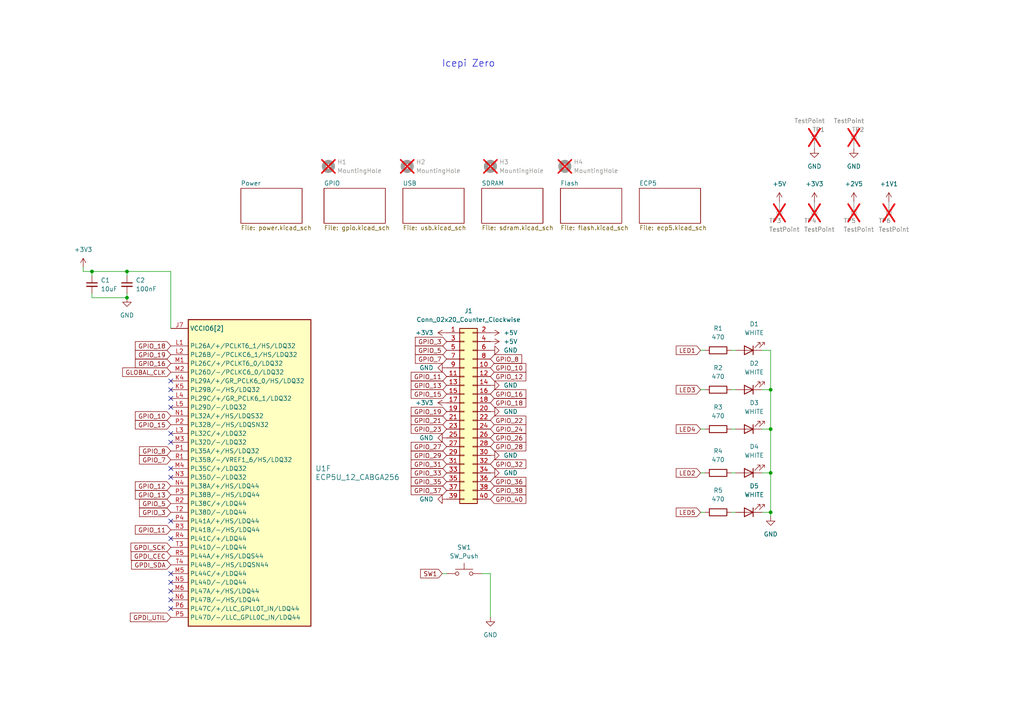
<source format=kicad_sch>
(kicad_sch (version 20250114) (generator "eeschema") (generator_version "9.0")
  (paper "A4")
  (title_block (title "Icepi zero") (date "2025-05-12") (rev "v1") (company "Chengyin Yao (cheyao)") (comment 1 "https://github.com/cheyao/icepi-zero"))
  (text "Icepi Zero" (at 135.89 18.542 0) (effects (font (size 2 2))))
  (junction (at 223.52 137.16))
  (junction (at 26.67 78.74))
  (junction (at 36.83 78.74))
  (junction (at 223.52 148.59))
  (junction (at 223.52 124.46))
  (junction (at 223.52 113.03))
  (junction (at 36.83 86.36))
  (no_connect (at 49.53 128.27))
  (no_connect (at 49.53 171.45))
  (no_connect (at 49.53 168.91))
  (no_connect (at 49.53 166.37))
  (no_connect (at 49.53 138.43))
  (no_connect (at 49.53 156.21))
  (no_connect (at 49.53 173.99))
  (no_connect (at 49.53 113.03))
  (no_connect (at 49.53 115.57))
  (no_connect (at 49.53 110.49))
  (no_connect (at 49.53 176.53))
  (no_connect (at 49.53 151.13))
  (no_connect (at 49.53 118.11))
  (no_connect (at 49.53 125.73))
  (no_connect (at 49.53 135.89))
  (wire (pts (xy 223.52 148.59) (xy 223.52 137.16)))
  (wire (pts (xy 26.67 78.74) (xy 36.83 78.74)))
  (wire (pts (xy 223.52 101.6) (xy 223.52 113.03)))
  (wire (pts (xy 139.7 166.37) (xy 142.24 166.37)))
  (wire (pts (xy 203.2 113.03) (xy 204.47 113.03)))
  (wire (pts (xy 36.83 78.74) (xy 49.53 78.74)))
  (wire (pts (xy 36.83 86.36) (xy 36.83 85.09)))
  (wire (pts (xy 26.67 78.74) (xy 26.67 80.01)))
  (wire (pts (xy 223.52 149.86) (xy 223.52 148.59)))
  (wire (pts (xy 24.13 78.74) (xy 26.67 78.74)))
  (wire (pts (xy 203.2 101.6) (xy 204.47 101.6)))
  (wire (pts (xy 203.2 148.59) (xy 204.47 148.59)))
  (wire (pts (xy 203.2 137.16) (xy 204.47 137.16)))
  (wire (pts (xy 223.52 137.16) (xy 220.98 137.16)))
  (wire (pts (xy 142.24 166.37) (xy 142.24 179.07)))
  (wire (pts (xy 212.09 124.46) (xy 213.36 124.46)))
  (wire (pts (xy 223.52 137.16) (xy 223.52 124.46)))
  (wire (pts (xy 223.52 101.6) (xy 220.98 101.6)))
  (wire (pts (xy 36.83 78.74) (xy 36.83 80.01)))
  (wire (pts (xy 26.67 85.09) (xy 26.67 86.36)))
  (wire (pts (xy 223.52 124.46) (xy 220.98 124.46)))
  (wire (pts (xy 212.09 101.6) (xy 213.36 101.6)))
  (wire (pts (xy 24.13 77.47) (xy 24.13 78.74)))
  (wire (pts (xy 212.09 113.03) (xy 213.36 113.03)))
  (wire (pts (xy 26.67 86.36) (xy 36.83 86.36)))
  (wire (pts (xy 223.52 113.03) (xy 220.98 113.03)))
  (wire (pts (xy 223.52 148.59) (xy 220.98 148.59)))
  (wire (pts (xy 128.27 166.37) (xy 129.54 166.37)))
  (wire (pts (xy 212.09 137.16) (xy 213.36 137.16)))
  (wire (pts (xy 49.53 78.74) (xy 49.53 95.25)))
  (wire (pts (xy 223.52 124.46) (xy 223.52 113.03)))
  (wire (pts (xy 212.09 148.59) (xy 213.36 148.59)))
  (wire (pts (xy 203.2 124.46) (xy 204.47 124.46)))
  (global_label "GPIO_5" (shape input) (at 49.53 146.05 180) (property "Intersheetrefs" "${INTERSHEET_REFS}" (effects (hide yes))))
  (global_label "GPDI_SDA" (shape input) (at 49.53 163.83 180) (property "Intersheetrefs" "${INTERSHEET_REFS}" (effects (hide yes))))
  (global_label "LED3" (shape input) (at 203.2 113.03 180) (property "Intersheetrefs" "${INTERSHEET_REFS}" (effects (hide yes))))
  (global_label "GPIO_35" (shape input) (at 129.54 139.7 180) (property "Intersheetrefs" "${INTERSHEET_REFS}" (effects (hide yes))))
  (global_label "GPIO_12" (shape input) (at 49.53 140.97 180) (property "Intersheetrefs" "${INTERSHEET_REFS}" (effects (hide yes))))
  (global_label "GPIO_8" (shape input) (at 142.24 104.14 0) (property "Intersheetrefs" "${INTERSHEET_REFS}" (effects (hide yes))))
  (global_label "GPDI_CEC" (shape input) (at 49.53 161.29 180) (property "Intersheetrefs" "${INTERSHEET_REFS}" (effects (hide yes))))
  (global_label "GPIO_18" (shape input) (at 142.24 116.84 0) (property "Intersheetrefs" "${INTERSHEET_REFS}" (effects (hide yes))))
  (global_label "GPIO_36" (shape input) (at 142.24 139.7 0) (property "Intersheetrefs" "${INTERSHEET_REFS}" (effects (hide yes))))
  (global_label "GPIO_13" (shape input) (at 129.54 111.76 180) (property "Intersheetrefs" "${INTERSHEET_REFS}" (effects (hide yes))))
  (global_label "GPIO_15" (shape input) (at 129.54 114.3 180) (property "Intersheetrefs" "${INTERSHEET_REFS}" (effects (hide yes))))
  (global_label "GLOBAL_CLK" (shape input) (at 49.53 107.95 180) (property "Intersheetrefs" "${INTERSHEET_REFS}" (effects (hide yes))))
  (global_label "GPIO_21" (shape input) (at 129.54 121.92 180) (property "Intersheetrefs" "${INTERSHEET_REFS}" (effects (hide yes))))
  (global_label "GPIO_28" (shape input) (at 142.24 129.54 0) (property "Intersheetrefs" "${INTERSHEET_REFS}" (effects (hide yes))))
  (global_label "LED2" (shape input) (at 203.2 137.16 180) (property "Intersheetrefs" "${INTERSHEET_REFS}" (effects (hide yes))))
  (global_label "GPIO_16" (shape input) (at 49.53 105.41 180) (property "Intersheetrefs" "${INTERSHEET_REFS}" (effects (hide yes))))
  (global_label "GPIO_19" (shape input) (at 129.54 119.38 180) (property "Intersheetrefs" "${INTERSHEET_REFS}" (effects (hide yes))))
  (global_label "GPIO_7" (shape input) (at 49.53 133.35 180) (property "Intersheetrefs" "${INTERSHEET_REFS}" (effects (hide yes))))
  (global_label "GPIO_26" (shape input) (at 142.24 127 0) (property "Intersheetrefs" "${INTERSHEET_REFS}" (effects (hide yes))))
  (global_label "GPIO_29" (shape input) (at 129.54 132.08 180) (property "Intersheetrefs" "${INTERSHEET_REFS}" (effects (hide yes))))
  (global_label "GPIO_15" (shape input) (at 49.53 123.19 180) (property "Intersheetrefs" "${INTERSHEET_REFS}" (effects (hide yes))))
  (global_label "LED5" (shape input) (at 203.2 148.59 180) (property "Intersheetrefs" "${INTERSHEET_REFS}" (effects (hide yes))))
  (global_label "GPIO_31" (shape input) (at 129.54 134.62 180) (property "Intersheetrefs" "${INTERSHEET_REFS}" (effects (hide yes))))
  (global_label "GPIO_5" (shape input) (at 129.54 101.6 180) (property "Intersheetrefs" "${INTERSHEET_REFS}" (effects (hide yes))))
  (global_label "GPIO_38" (shape input) (at 142.24 142.24 0) (property "Intersheetrefs" "${INTERSHEET_REFS}" (effects (hide yes))))
  (global_label "GPIO_19" (shape input) (at 49.53 102.87 180) (property "Intersheetrefs" "${INTERSHEET_REFS}" (effects (hide yes))))
  (global_label "GPIO_37" (shape input) (at 129.54 142.24 180) (property "Intersheetrefs" "${INTERSHEET_REFS}" (effects (hide yes))))
  (global_label "GPDI_UTIL" (shape input) (at 49.53 179.07 180) (property "Intersheetrefs" "${INTERSHEET_REFS}" (effects (hide yes))))
  (global_label "GPIO_3" (shape input) (at 49.53 148.59 180) (property "Intersheetrefs" "${INTERSHEET_REFS}" (effects (hide yes))))
  (global_label "GPIO_3" (shape input) (at 129.54 99.06 180) (property "Intersheetrefs" "${INTERSHEET_REFS}" (effects (hide yes))))
  (global_label "GPIO_10" (shape input) (at 142.24 106.68 0) (property "Intersheetrefs" "${INTERSHEET_REFS}" (effects (hide yes))))
  (global_label "GPIO_40" (shape input) (at 142.24 144.78 0) (property "Intersheetrefs" "${INTERSHEET_REFS}" (effects (hide yes))))
  (global_label "GPDI_SCK" (shape input) (at 49.53 158.75 180) (property "Intersheetrefs" "${INTERSHEET_REFS}" (effects (hide yes))))
  (global_label "GPIO_24" (shape input) (at 142.24 124.46 0) (property "Intersheetrefs" "${INTERSHEET_REFS}" (effects (hide yes))))
  (global_label "GPIO_27" (shape input) (at 129.54 129.54 180) (property "Intersheetrefs" "${INTERSHEET_REFS}" (effects (hide yes))))
  (global_label "GPIO_13" (shape input) (at 49.53 143.51 180) (property "Intersheetrefs" "${INTERSHEET_REFS}" (effects (hide yes))))
  (global_label "GPIO_33" (shape input) (at 129.54 137.16 180) (property "Intersheetrefs" "${INTERSHEET_REFS}" (effects (hide yes))))
  (global_label "GPIO_8" (shape input) (at 49.53 130.81 180) (property "Intersheetrefs" "${INTERSHEET_REFS}" (effects (hide yes))))
  (global_label "GPIO_11" (shape input) (at 129.54 109.22 180) (property "Intersheetrefs" "${INTERSHEET_REFS}" (effects (hide yes))))
  (global_label "LED4" (shape input) (at 203.2 124.46 180) (property "Intersheetrefs" "${INTERSHEET_REFS}" (effects (hide yes))))
  (global_label "GPIO_11" (shape input) (at 49.53 153.67 180) (property "Intersheetrefs" "${INTERSHEET_REFS}" (effects (hide yes))))
  (global_label "GPIO_12" (shape input) (at 142.24 109.22 0) (property "Intersheetrefs" "${INTERSHEET_REFS}" (effects (hide yes))))
  (global_label "GPIO_22" (shape input) (at 142.24 121.92 0) (property "Intersheetrefs" "${INTERSHEET_REFS}" (effects (hide yes))))
  (global_label "SW1" (shape input) (at 128.27 166.37 180) (property "Intersheetrefs" "${INTERSHEET_REFS}" (effects (hide yes))))
  (global_label "LED1" (shape input) (at 203.2 101.6 180) (property "Intersheetrefs" "${INTERSHEET_REFS}" (effects (hide yes))))
  (global_label "GPIO_10" (shape input) (at 49.53 120.65 180) (property "Intersheetrefs" "${INTERSHEET_REFS}" (effects (hide yes))))
  (global_label "GPIO_18" (shape input) (at 49.53 100.33 180) (property "Intersheetrefs" "${INTERSHEET_REFS}" (effects (hide yes))))
  (global_label "GPIO_16" (shape input) (at 142.24 114.3 0) (property "Intersheetrefs" "${INTERSHEET_REFS}" (effects (hide yes))))
  (global_label "GPIO_32" (shape input) (at 142.24 134.62 0) (property "Intersheetrefs" "${INTERSHEET_REFS}" (effects (hide yes))))
  (global_label "GPIO_7" (shape input) (at 129.54 104.14 180) (property "Intersheetrefs" "${INTERSHEET_REFS}" (effects (hide yes))))
  (global_label "GPIO_23" (shape input) (at 129.54 124.46 180) (property "Intersheetrefs" "${INTERSHEET_REFS}" (effects (hide yes))))
  (symbol (lib_id "Device:LED") (at 217.17 101.6 180) (unit 1)
    (property "Reference" "D1" (at 218.7575 93.98 0))
    (property "Value" "WHITE" (at 218.7575 96.52 0))
    (property "Footprint" "LED_SMD:LED_0603_1608Metric" (effects (hide yes)))
    (property "Description" "Light emitting diode" (effects (hide yes)))
    (property "Sim.Pins" "1=K 2=A" (effects (hide yes)))
    (property "LCSC Part #" "C2290" (effects (hide yes)))
  )
  (symbol (lib_id "Device:R") (at 208.28 113.03 90) (unit 1)
    (property "Reference" "R2" (at 208.28 106.68 90))
    (property "Value" "470" (at 208.28 109.22 90))
    (property "Footprint" "Resistor_SMD:R_0402_1005Metric" (effects (hide yes)))
    (property "Description" "Resistor" (effects (hide yes)))
    (property "LCSC Part #" "C25117" (effects (hide yes)))
  )
  (symbol (lib_id "power:GND") (at 129.54 106.68 270) (unit 1)
    (property "Reference" "#PWR013" (effects (hide yes)))
    (property "Value" "GND" (at 125.73 106.6799 90) (effects (justify right)))
    (property "Description" "Power symbol creates a global label with name \"GND\" , ground" (effects (hide yes)))
  )
  (symbol (lib_id "Device:R") (at 208.28 148.59 90) (unit 1)
    (property "Reference" "R5" (at 208.28 142.24 90))
    (property "Value" "470" (at 208.28 144.78 90))
    (property "Footprint" "Resistor_SMD:R_0402_1005Metric" (effects (hide yes)))
    (property "Description" "Resistor" (effects (hide yes)))
    (property "LCSC Part #" "C25117" (effects (hide yes)))
  )
  (symbol (lib_id "power:GND") (at 129.54 144.78 270) (unit 1)
    (property "Reference" "#PWR020" (effects (hide yes)))
    (property "Value" "GND" (at 125.73 144.7799 90) (effects (justify right)))
    (property "Description" "Power symbol creates a global label with name \"GND\" , ground" (effects (hide yes)))
  )
  (symbol (lib_id "Device:R") (at 208.28 101.6 90) (unit 1)
    (property "Reference" "R1" (at 208.28 95.25 90))
    (property "Value" "470" (at 208.28 97.79 90))
    (property "Footprint" "Resistor_SMD:R_0402_1005Metric" (effects (hide yes)))
    (property "Description" "Resistor" (effects (hide yes)))
    (property "LCSC Part #" "C25117" (effects (hide yes)))
  )
  (symbol (lib_id "power:GND") (at 223.52 149.86 0) (unit 1)
    (property "Reference" "#PWR021" (effects (hide yes)))
    (property "Value" "GND" (at 223.52 154.94 0))
    (property "Description" "Power symbol creates a global label with name \"GND\" , ground" (effects (hide yes)))
  )
  (symbol (lib_id "Device:LED") (at 217.17 113.03 180) (unit 1)
    (property "Reference" "D2" (at 218.7575 105.41 0))
    (property "Value" "WHITE" (at 218.7575 107.95 0))
    (property "Footprint" "LED_SMD:LED_0603_1608Metric" (effects (hide yes)))
    (property "Description" "Light emitting diode" (effects (hide yes)))
    (property "Sim.Pins" "1=K 2=A" (effects (hide yes)))
    (property "LCSC Part #" "C2290" (effects (hide yes)))
  )
  (symbol (lib_id "Mechanical:MountingHole") (at 118.11 48.26 0) (unit 1) (in_bom no) (dnp yes)
    (property "Reference" "H2" (at 120.65 46.9899 0) (effects (justify left)))
    (property "Value" "MountingHole" (at 120.65 49.5299 0) (effects (justify left)))
    (property "Footprint" "MountingHole:MountingHole_2.7mm_M2.5" (effects (hide yes)))
    (property "Description" "Mounting Hole without connection" (effects (hide yes)))
  )
  (symbol (lib_id "power:GND") (at 142.24 119.38 90) (unit 1)
    (property "Reference" "#PWR016" (effects (hide yes)))
    (property "Value" "GND" (at 146.05 119.3799 90) (effects (justify right)))
    (property "Description" "Power symbol creates a global label with name \"GND\" , ground" (effects (hide yes)))
  )
  (symbol (lib_id "power:GND") (at 129.54 127 270) (unit 1)
    (property "Reference" "#PWR017" (effects (hide yes)))
    (property "Value" "GND" (at 125.73 126.9999 90) (effects (justify right)))
    (property "Description" "Power symbol creates a global label with name \"GND\" , ground" (effects (hide yes)))
  )
  (symbol (lib_id "Connector_Generic:Conn_02x20_Odd_Even") (at 134.62 119.38 0) (unit 1) (in_bom no)
    (property "Reference" "J1" (at 135.89 90.17 0))
    (property "Value" "Conn_02x20_Counter_Clockwise" (at 135.89 92.71 0))
    (property "Footprint" "Connector_PinHeader_2.54mm:PinHeader_2x20_P2.54mm_Vertical" (effects (hide yes)))
    (property "Description" "Generic connector, double row, 02x20, odd/even pin numbering scheme (row 1 odd numbers, row 2 even numbers), script generated (kicad-library-utils/schlib/autogen/connector/)" (effects (hide yes)))
  )
  (symbol (lib_id "Mechanical:MountingHole") (at 163.83 48.26 0) (unit 1) (in_bom no) (dnp yes)
    (property "Reference" "H4" (at 166.37 46.9899 0) (effects (justify left)))
    (property "Value" "MountingHole" (at 166.37 49.5299 0) (effects (justify left)))
    (property "Footprint" "MountingHole:MountingHole_2.7mm_M2.5" (effects (hide yes)))
    (property "Description" "Mounting Hole without connection" (effects (hide yes)))
  )
  (symbol (lib_id "power:+5V") (at 142.24 99.06 270) (unit 1)
    (property "Reference" "#PWR011" (effects (hide yes)))
    (property "Value" "+5V" (at 146.05 99.0599 90) (effects (justify left)))
    (property "Description" "Power symbol creates a global label with name \"+5V\"" (effects (hide yes)))
  )
  (symbol (lib_id "power:+2V5") (at 247.65 58.42 0) (unit 1)
    (property "Reference" "#PWR05" (effects (hide yes)))
    (property "Value" "+2V5" (at 247.65 53.34 0))
    (property "Description" "Power symbol creates a global label with name \"+2V5\"" (effects (hide yes)))
  )
  (symbol (lib_id "Device:R") (at 208.28 137.16 90) (unit 1)
    (property "Reference" "R4" (at 208.28 130.81 90))
    (property "Value" "470" (at 208.28 133.35 90))
    (property "Footprint" "Resistor_SMD:R_0402_1005Metric" (effects (hide yes)))
    (property "Description" "Resistor" (effects (hide yes)))
    (property "LCSC Part #" "C25117" (effects (hide yes)))
  )
  (symbol (lib_id "Connector:TestPoint") (at 226.06 58.42 180) (unit 1) (dnp yes)
    (property "Reference" "TP3" (at 223.012 64.008 0) (effects (justify right)))
    (property "Value" "TestPoint" (at 223.012 66.548 0) (effects (justify right)))
    (property "Footprint" "TestPoint:TestPoint_Pad_D2.0mm" (effects (hide yes)))
    (property "Description" "test point" (effects (hide yes)))
  )
  (symbol (lib_id "Device:R") (at 208.28 124.46 90) (unit 1)
    (property "Reference" "R3" (at 208.28 118.11 90))
    (property "Value" "470" (at 208.28 120.65 90))
    (property "Footprint" "Resistor_SMD:R_0402_1005Metric" (effects (hide yes)))
    (property "Description" "Resistor" (effects (hide yes)))
    (property "LCSC Part #" "C25117" (effects (hide yes)))
  )
  (symbol (lib_id "power:+3V3") (at 129.54 96.52 90) (unit 1)
    (property "Reference" "#PWR09" (effects (hide yes)))
    (property "Value" "+3V3" (at 125.73 96.5199 90) (effects (justify left)))
    (property "Description" "Power symbol creates a global label with name \"+3V3\"" (effects (hide yes)))
  )
  (symbol (lib_id "Device:C_Small") (at 26.67 82.55 0) (unit 1)
    (property "Reference" "C1" (at 29.21 81.2862 0) (effects (justify left)))
    (property "Value" "10uF" (at 29.21 83.8262 0) (effects (justify left)))
    (property "Footprint" "Capacitor_SMD:C_0603_1608Metric" (effects (hide yes)))
    (property "Description" "Unpolarized capacitor, small symbol" (effects (hide yes)))
    (property "LCSC Part #" "C19702" (effects (hide yes)))
  )
  (symbol (lib_id "power:GND") (at 142.24 137.16 90) (unit 1)
    (property "Reference" "#PWR019" (effects (hide yes)))
    (property "Value" "GND" (at 146.05 137.1599 90) (effects (justify right)))
    (property "Description" "Power symbol creates a global label with name \"GND\" , ground" (effects (hide yes)))
  )
  (symbol (lib_id "Mechanical:MountingHole") (at 142.24 48.26 0) (unit 1) (in_bom no) (dnp yes)
    (property "Reference" "H3" (at 144.78 46.9899 0) (effects (justify left)))
    (property "Value" "MountingHole" (at 144.78 49.5299 0) (effects (justify left)))
    (property "Footprint" "MountingHole:MountingHole_2.7mm_M2.5" (effects (hide yes)))
    (property "Description" "Mounting Hole without connection" (effects (hide yes)))
  )
  (symbol (lib_id "Mechanical:MountingHole") (at 95.25 48.26 0) (unit 1) (in_bom no) (dnp yes)
    (property "Reference" "H1" (at 97.79 46.9899 0) (effects (justify left)))
    (property "Value" "MountingHole" (at 97.79 49.5299 0) (effects (justify left)))
    (property "Footprint" "MountingHole:MountingHole_2.7mm_M2.5" (effects (hide yes)))
    (property "Description" "Mounting Hole without connection" (effects (hide yes)))
  )
  (symbol (lib_id "Device:LED") (at 217.17 124.46 180) (unit 1)
    (property "Reference" "D3" (at 218.7575 116.84 0))
    (property "Value" "WHITE" (at 218.7575 119.38 0))
    (property "Footprint" "LED_SMD:LED_0603_1608Metric" (effects (hide yes)))
    (property "Description" "Light emitting diode" (effects (hide yes)))
    (property "Sim.Pins" "1=K 2=A" (effects (hide yes)))
    (property "LCSC Part #" "C2290" (effects (hide yes)))
  )
  (symbol (lib_id "Connector:TestPoint") (at 257.81 58.42 180) (unit 1) (dnp yes)
    (property "Reference" "TP6" (at 254.762 64.008 0) (effects (justify right)))
    (property "Value" "TestPoint" (at 254.762 66.548 0) (effects (justify right)))
    (property "Footprint" "TestPoint:TestPoint_Pad_D2.0mm" (effects (hide yes)))
    (property "Description" "test point" (effects (hide yes)))
  )
  (symbol (lib_id "power:+1V1") (at 257.81 58.42 0) (unit 1)
    (property "Reference" "#PWR06" (effects (hide yes)))
    (property "Value" "+1V1" (at 257.81 53.34 0))
    (property "Description" "Power symbol creates a global label with name \"+1V1\"" (effects (hide yes)))
  )
  (symbol (lib_id "Connector:TestPoint") (at 247.65 43.18 0) (unit 1) (dnp yes)
    (property "Reference" "TP2" (at 250.698 37.592 0) (effects (justify right)))
    (property "Value" "TestPoint" (at 250.698 35.052 0) (effects (justify right)))
    (property "Footprint" "TestPoint:TestPoint_Pad_D2.0mm" (effects (hide yes)))
    (property "Description" "test point" (effects (hide yes)))
  )
  (symbol (lib_id "power:GND") (at 142.24 179.07 0) (unit 1)
    (property "Reference" "#PWR022" (effects (hide yes)))
    (property "Value" "GND" (at 142.24 184.15 0))
    (property "Description" "Power symbol creates a global label with name \"GND\" , ground" (effects (hide yes)))
  )
  (symbol (lib_id "josh:ECP5U_12_CABGA256") (at 71.12 133.35 0) (unit 6)
    (property "Reference" "U1" (at 91.44 135.8899 0) (effects (font (size 1.524 1.524)) (justify left)))
    (property "Value" "ECP5U_12_CABGA256" (at 91.44 138.4299 0) (effects (font (size 1.524 1.524)) (justify left)))
    (property "Footprint" "Package_BGA:BGA-256_14.0x14.0mm_Layout16x16_P0.8mm_Ball0.45mm_Pad0.32mm_NSMD" (effects (hide yes)))
    (property "Datasheet" "https://www.lcsc.com/datasheet/lcsc_datasheet_2411220131_Lattice-LFE5U-25F-6BG256C_C1521614.pdf" (effects (hide yes)))
    (property "LCSC Part #" "C1521614" (effects (hide yes)))
  )
  (symbol (lib_id "Connector:TestPoint") (at 236.22 43.18 0) (unit 1) (dnp yes)
    (property "Reference" "TP1" (at 239.268 37.592 0) (effects (justify right)))
    (property "Value" "TestPoint" (at 239.268 35.052 0) (effects (justify right)))
    (property "Footprint" "TestPoint:TestPoint_Pad_D2.0mm" (effects (hide yes)))
    (property "Description" "test point" (effects (hide yes)))
  )
  (symbol (lib_id "Connector:TestPoint") (at 247.65 58.42 180) (unit 1) (dnp yes)
    (property "Reference" "TP5" (at 244.602 64.008 0) (effects (justify right)))
    (property "Value" "TestPoint" (at 244.602 66.548 0) (effects (justify right)))
    (property "Footprint" "TestPoint:TestPoint_Pad_D2.0mm" (effects (hide yes)))
    (property "Description" "test point" (effects (hide yes)))
  )
  (symbol (lib_id "power:GND") (at 36.83 86.36 0) (unit 1)
    (property "Reference" "#PWR08" (effects (hide yes)))
    (property "Value" "GND" (at 36.83 91.44 0))
    (property "Description" "Power symbol creates a global label with name \"GND\" , ground" (effects (hide yes)))
  )
  (symbol (lib_id "Device:C_Small") (at 36.83 82.55 0) (unit 1)
    (property "Reference" "C2" (at 39.37 81.2862 0) (effects (justify left)))
    (property "Value" "100nF" (at 39.37 83.8262 0) (effects (justify left)))
    (property "Footprint" "Capacitor_SMD:C_0402_1005Metric" (effects (hide yes)))
    (property "Description" "Unpolarized capacitor, small symbol" (effects (hide yes)))
    (property "LCSC Part #" "C307331 " (effects (hide yes)))
  )
  (symbol (lib_id "power:+3V3") (at 24.13 77.47 0) (unit 1)
    (property "Reference" "#PWR07" (effects (hide yes)))
    (property "Value" "+3V3" (at 24.13 72.39 0))
    (property "Description" "Power symbol creates a global label with name \"+3V3\"" (effects (hide yes)))
  )
  (symbol (lib_id "Device:LED") (at 217.17 137.16 180) (unit 1)
    (property "Reference" "D4" (at 218.7575 129.54 0))
    (property "Value" "WHITE" (at 218.7575 132.08 0))
    (property "Footprint" "LED_SMD:LED_0603_1608Metric" (effects (hide yes)))
    (property "Description" "Light emitting diode" (effects (hide yes)))
    (property "Sim.Pins" "1=K 2=A" (effects (hide yes)))
    (property "LCSC Part #" "C2290" (effects (hide yes)))
  )
  (symbol (lib_id "Device:LED") (at 217.17 148.59 180) (unit 1)
    (property "Reference" "D5" (at 218.7575 140.97 0))
    (property "Value" "WHITE" (at 218.7575 143.51 0))
    (property "Footprint" "LED_SMD:LED_0603_1608Metric" (effects (hide yes)))
    (property "Description" "Light emitting diode" (effects (hide yes)))
    (property "Sim.Pins" "1=K 2=A" (effects (hide yes)))
    (property "LCSC Part #" "C2290" (effects (hide yes)))
  )
  (symbol (lib_id "power:+5V") (at 142.24 96.52 270) (unit 1)
    (property "Reference" "#PWR010" (effects (hide yes)))
    (property "Value" "+5V" (at 146.05 96.5199 90) (effects (justify left)))
    (property "Description" "Power symbol creates a global label with name \"+5V\"" (effects (hide yes)))
  )
  (symbol (lib_id "Connector:TestPoint") (at 236.22 58.42 180) (unit 1) (dnp yes)
    (property "Reference" "TP4" (at 233.172 64.008 0) (effects (justify right)))
    (property "Value" "TestPoint" (at 233.172 66.548 0) (effects (justify right)))
    (property "Footprint" "TestPoint:TestPoint_Pad_D2.0mm" (effects (hide yes)))
    (property "Description" "test point" (effects (hide yes)))
  )
  (symbol (lib_id "power:+3V3") (at 236.22 58.42 0) (unit 1)
    (property "Reference" "#PWR04" (effects (hide yes)))
    (property "Value" "+3V3" (at 236.22 53.34 0))
    (property "Description" "Power symbol creates a global label with name \"+3V3\"" (effects (hide yes)))
  )
  (symbol (lib_id "power:GND") (at 236.22 43.18 0) (unit 1)
    (property "Reference" "#PWR01" (effects (hide yes)))
    (property "Value" "GND" (at 236.22 48.26 0))
    (property "Description" "Power symbol creates a global label with name \"GND\" , ground" (effects (hide yes)))
  )
  (symbol (lib_id "power:GND") (at 142.24 101.6 90) (unit 1)
    (property "Reference" "#PWR012" (effects (hide yes)))
    (property "Value" "GND" (at 146.05 101.5999 90) (effects (justify right)))
    (property "Description" "Power symbol creates a global label with name \"GND\" , ground" (effects (hide yes)))
  )
  (symbol (lib_id "power:GND") (at 142.24 132.08 90) (unit 1)
    (property "Reference" "#PWR018" (effects (hide yes)))
    (property "Value" "GND" (at 146.05 132.0799 90) (effects (justify right)))
    (property "Description" "Power symbol creates a global label with name \"GND\" , ground" (effects (hide yes)))
  )
  (symbol (lib_id "Switch:SW_Push") (at 134.62 166.37 0) (unit 1)
    (property "Reference" "SW1" (at 134.62 158.75 0))
    (property "Value" "SW_Push" (at 134.62 161.29 0))
    (property "Footprint" "Button_Switch_SMD:SW_SPST_B3U-1000P" (effects (hide yes)))
    (property "Description" "Push button switch, generic, two pins" (effects (hide yes)))
    (property "LCSC Part #" "C2689695" (effects (hide yes)))
  )
  (symbol (lib_id "power:GND") (at 247.65 43.18 0) (unit 1)
    (property "Reference" "#PWR02" (effects (hide yes)))
    (property "Value" "GND" (at 247.65 48.26 0))
    (property "Description" "Power symbol creates a global label with name \"GND\" , ground" (effects (hide yes)))
  )
  (symbol (lib_id "power:+3V3") (at 129.54 116.84 90) (unit 1)
    (property "Reference" "#PWR015" (effects (hide yes)))
    (property "Value" "+3V3" (at 125.73 116.8399 90) (effects (justify left)))
    (property "Description" "Power symbol creates a global label with name \"+3V3\"" (effects (hide yes)))
  )
  (symbol (lib_id "power:+5V") (at 226.06 58.42 0) (unit 1)
    (property "Reference" "#PWR03" (effects (hide yes)))
    (property "Value" "+5V" (at 226.06 53.34 0))
    (property "Description" "Power symbol creates a global label with name \"+5V\"" (effects (hide yes)))
  )
  (symbol (lib_id "power:GND") (at 142.24 111.76 90) (unit 1)
    (property "Reference" "#PWR014" (effects (hide yes)))
    (property "Value" "GND" (at 146.05 111.7599 90) (effects (justify right)))
    (property "Description" "Power symbol creates a global label with name \"GND\" , ground" (effects (hide yes)))
  )
  (sheet (at 185.42 54.61) (size 17.78 10.16) (stroke (width 0.1524))
    (property "Sheetname" "ECP5" (at 185.42 53.8984 0) (effects (justify left bottom)))
    (property "Sheetfile" "ecp5.kicad_sch" (at 185.42 65.3546 0) (effects (justify left top)))
  )
  (sheet (at 139.7 54.61) (size 17.78 10.16) (stroke (width 0.1524))
    (property "Sheetname" "SDRAM" (at 139.7 53.8984 0) (effects (justify left bottom)))
    (property "Sheetfile" "sdram.kicad_sch" (at 139.7 65.3546 0) (effects (justify left top)))
  )
  (sheet (at 69.85 54.61) (size 17.78 10.16) (stroke (width 0.1524))
    (property "Sheetname" "Power" (at 69.85 53.8984 0) (effects (justify left bottom)))
    (property "Sheetfile" "power.kicad_sch" (at 69.85 65.3546 0) (effects (justify left top)))
  )
  (sheet (at 116.84 54.61) (size 17.78 10.16) (stroke (width 0.1524))
    (property "Sheetname" "USB" (at 116.84 53.8984 0) (effects (justify left bottom)))
    (property "Sheetfile" "usb.kicad_sch" (at 116.84 65.3546 0) (effects (justify left top)))
  )
  (sheet (at 162.56 54.61) (size 17.78 10.16) (stroke (width 0.1524))
    (property "Sheetname" "Flash" (at 162.56 53.8984 0) (effects (justify left bottom)))
    (property "Sheetfile" "flash.kicad_sch" (at 162.56 65.3546 0) (effects (justify left top)))
  )
  (sheet (at 93.98 54.61) (size 17.78 10.16) (stroke (width 0.1524))
    (property "Sheetname" "GPIO" (at 93.98 53.8984 0) (effects (justify left bottom)))
    (property "Sheetfile" "gpio.kicad_sch" (at 93.98 65.3546 0) (effects (justify left top)))
  )
)
</source>
